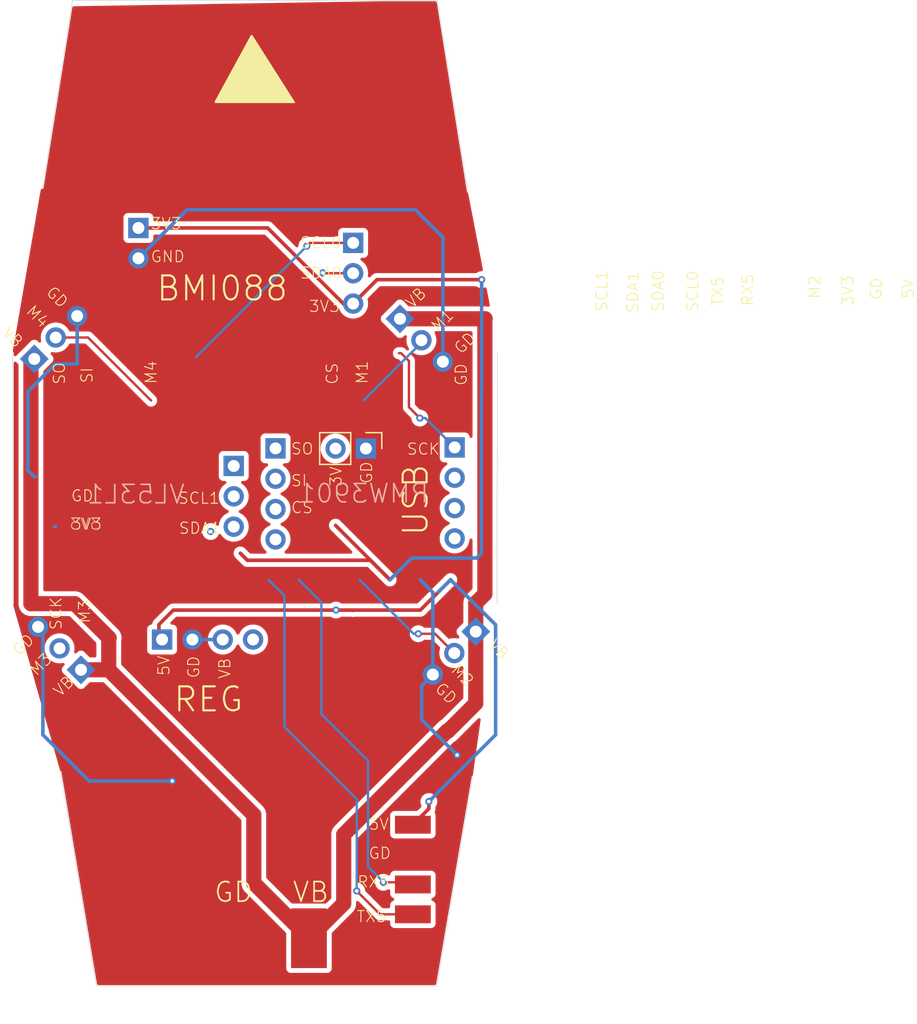
<source format=kicad_pcb>
(kicad_pcb (version 20241229) (generator "pcbnew") (generator_version "9.0")
  (layers (0 "F.Cu" signal) (2 "B.Cu" signal) (13 "F.Paste" user) (15 "B.Paste" user) (5 "F.SilkS" user "F.Silkscreen") (7 "B.SilkS" user "B.Silkscreen") (1 "F.Mask" user) (3 "B.Mask" user) (25 "Edge.Cuts" user))
  (net 0 "")
  (net 1 "/VBAT")
  (net 2 "/GND")
  (net 3 "/M1")
  (net 4 "/M2")
  (net 5 "/M4")
  (net 6 "/M3")
  (net 7 "/RX5")
  (net 8 "/3V3")
  (net 9 "/SDA0")
  (net 10 "/SDA1")
  (net 11 "/SCL1")
  (net 12 "/5V")
  (net 13 "/TX5")
  (net 14 "/SCL0")
  (net 15 "/SCK")
  (net 16 "/MISO")
  (net 17 "/MOSI")
  (net 18 "/CS")
  (footprint "Connector_Wire:SolderWirePad_1x01_SMD_5x10mm" (layer "F.Cu") (at 169.1003 122.449487)
    (property "Reference" "GND_PAD19" (hide yes))
    (property "Value" "Conn_01x01")
    (pad "1" smd rect (at -0.1003 -0.949487) (size 3 1.5) (layers "F.Cu" "F.Mask" "F.Paste") (net 12 "/5V"))
  )
  (footprint "Connector_PinHeader_2.54mm:PinHeader_1x02_P2.54mm_Vertical" (layer "F.Cu") (at 149.021314 71.552144)
    (property "Reference" "PMW3901_PWR2" (hide yes))
    (property "Value" "Conn_01x02_Female" (hide yes))
    (pad "1" thru_hole rect (at -3 0) (size 1.7 1.7) (drill 1) (layers "*.Cu" "*.Mask") (net 8 "/3V3"))
    (pad "2" thru_hole circle (at -3 2.54) (size 1.7 1.7) (drill 1) (layers "*.Cu" "*.Mask") (net 2 "/GND"))
  )
  (footprint "Connector_Wire:SolderWirePad_1x01_SMD_5x10mm" (layer "F.Cu") (at 160.3 125.3)
    (property "Reference" "VB_PAD1" (hide yes))
    (property "Value" "Conn_01x01")
    (pad "1" smd rect (at 0 5.7) (size 3 5) (layers "F.Cu" "F.Mask" "F.Paste") (net 1 "/VBAT"))
  )
  (footprint "Connector_PinHeader_2.54mm:PinHeader_1x03_P2.54mm_Vertical" (layer "F.Cu") (at 174.265537 105.338106 -45)
    (property "Reference" "VL53L1_L3" (hide yes))
    (property "Value" "Conn_01x03_Female" (hide yes))
    (pad "1" thru_hole rect (at 0 0 315) (size 1.7 1.7) (drill 1) (layers "*.Cu" "*.Mask") (net 1 "/VBAT"))
    (pad "2" thru_hole circle (at 0 2.54 315) (size 1.7 1.7) (drill 1) (layers "*.Cu" "*.Mask") (net 4 "/M2"))
    (pad "3" thru_hole circle (at 0 5.079999 315) (size 1.7 1.7) (drill 1) (layers "*.Cu" "*.Mask") (net 2 "/GND"))
  )
  (footprint "Connector_PinSocket_2.54mm:PinSocket_1x04_P2.54mm_Vertical" (layer "F.Cu") (at 157.5 90)
    (property "Reference" "PMW3901_R1" (hide yes))
    (property "Value" "Conn_01x04_Female" (hide yes))
    (pad "1" thru_hole rect (at 0 0) (size 1.7 1.7) (drill 1) (layers "*.Cu" "*.Mask") (net 16 "/MISO"))
    (pad "2" thru_hole oval (at 0 2.54) (size 1.7 1.7) (drill 1) (layers "*.Cu" "*.Mask") (net 17 "/MOSI"))
    (pad "3" thru_hole oval (at 0 5.08) (size 1.7 1.7) (drill 1) (layers "*.Cu" "*.Mask") (net 18 "/CS"))
    (pad "4" thru_hole oval (at 0 7.62) (size 1.7 1.7) (drill 1) (layers "*.Cu" "*.Mask"))
  )
  (footprint "Connector_PinHeader_2.54mm:PinHeader_1x03_P2.54mm_Vertical" (layer "F.Cu") (at 137.299059 82.516981 135)
    (property "Reference" "VL53L1_L4" (hide yes))
    (property "Value" "Conn_01x03_Female" (hide yes))
    (pad "1" thru_hole rect (at 0 0 135) (size 1.7 1.7) (drill 1) (layers "*.Cu" "*.Mask") (net 1 "/VBAT"))
    (pad "2" thru_hole circle (at 0 2.54 135) (size 1.7 1.7) (drill 1) (layers "*.Cu" "*.Mask") (net 5 "/M4"))
    (pad "3" thru_hole circle (at 0 5.079999 135) (size 1.7 1.7) (drill 1) (layers "*.Cu" "*.Mask") (net 2 "/GND"))
  )
  (footprint "Connector_Wire:SolderWirePad_1x01_SMD_5x10mm" (layer "F.Cu") (at 169.104225 128.538826)
    (property "Reference" "GND_PAD20" (hide yes))
    (property "Value" "Conn_01x01")
    (pad "1" smd rect (at -0.104225 -2.038826) (size 3 1.5) (layers "F.Cu" "F.Mask" "F.Paste") (net 7 "/RX5"))
  )
  (footprint "Connector_PinHeader_2.54mm:PinHeader_1x03_P2.54mm_Vertical" (layer "F.Cu") (at 141.210965 108.535396 -135)
    (property "Reference" "VL53L1_L5" (hide yes))
    (property "Value" "Conn_01x03_Female" (hide yes))
    (pad "1" thru_hole rect (at 0 0 225) (size 1.7 1.7) (drill 1) (layers "*.Cu" "*.Mask") (net 1 "/VBAT"))
    (pad "2" thru_hole circle (at 0 2.54 225) (size 1.7 1.7) (drill 1) (layers "*.Cu" "*.Mask") (net 6 "/M3"))
    (pad "3" thru_hole circle (at 0 5.079999 225) (size 1.7 1.7) (drill 1) (layers "*.Cu" "*.Mask") (net 2 "/GND"))
  )
  (footprint "Connector_PinHeader_2.54mm:PinHeader_1x03_P2.54mm_Vertical" (layer "F.Cu") (at 163.272781 72.801477)
    (property "Reference" "Motor5" (hide yes))
    (property "Value" "Conn_01x03_Female" (hide yes))
    (pad "1" thru_hole rect (at 0.727219 0) (size 1.7 1.7) (drill 1) (layers "*.Cu" "*.Mask") (net 14 "/SCL0"))
    (pad "2" thru_hole circle (at 0.727219 2.54) (size 1.7 1.7) (drill 1) (layers "*.Cu" "*.Mask") (net 9 "/SDA0"))
    (pad "3" thru_hole circle (at 0.727219 5.08) (size 1.7 1.7) (drill 1) (layers "*.Cu" "*.Mask") (net 8 "/3V3"))
  )
  (footprint "Connector_PinHeader_2.54mm:PinHeader_1x02_P2.54mm_Vertical" (layer "F.Cu") (at 165.067184 90.013594 -90)
    (property "Reference" "PMW3901_PWR1" (hide yes))
    (property "Value" "Conn_01x02_Female")
    (fp_line (start -1.33 3.87) (end 1.33 3.87) (stroke (width 0.12)) (layer "F.SilkS"))
    (fp_line (start -1.33 1.27) (end -1.33 3.87) (stroke (width 0.12)) (layer "F.SilkS"))
    (fp_line (start -1.33 1.27) (end 1.33 1.27) (stroke (width 0.12)) (layer "F.SilkS"))
    (fp_line (start 1.33 1.27) (end 1.33 3.87) (stroke (width 0.12)) (layer "F.SilkS"))
    (fp_line (start -1.33 0) (end -1.33 -1.33) (stroke (width 0.12)) (layer "F.SilkS"))
    (fp_line (start -1.33 -1.33) (end 0 -1.33) (stroke (width 0.12)) (layer "F.SilkS"))
    (pad "1" thru_hole rect (at 0 0 270) (size 1.7 1.7) (drill 1) (layers "*.Cu" "*.Mask") (net 2 "/GND"))
    (pad "2" thru_hole oval (at 0 2.54 270) (size 1.7 1.7) (drill 1) (layers "*.Cu" "*.Mask") (net 8 "/3V3"))
  )
  (footprint "Connector_Wire:SolderWirePad_1x01_SMD_5x10mm" (layer "F.Cu") (at 153.75 125.3)
    (property "Reference" "GND_PAD1" (hide yes))
    (property "Value" "Conn_01x01")
    (pad "1" smd rect (at 0 5.7) (size 3 5) (layers "F.Cu" "F.Mask" "F.Paste") (net 2 "/GND"))
  )
  (footprint "Connector_Wire:SolderWirePad_1x01_SMD_5x10mm" (layer "F.Cu") (at 169.199254 126.077845)
    (property "Reference" "GND_PAD18" (hide yes))
    (property "Value" "Conn_01x01")
    (pad "1" smd rect (at -0.199254 -2.077845) (size 3 1.5) (layers "F.Cu" "F.Mask" "F.Paste") (net 2 "/GND"))
  )
  (footprint "Connector_PinHeader_2.54mm:PinHeader_1x03_P2.54mm_Vertical" (layer "F.Cu") (at 167.921245 79.154111 45)
    (property "Reference" "VL53L1_L2" (hide yes))
    (property "Value" "Conn_01x03_Female" (hide yes))
    (pad "1" thru_hole rect (at 0 0 45) (size 1.7 1.7) (drill 1) (layers "*.Cu" "*.Mask") (net 1 "/VBAT"))
    (pad "2" thru_hole circle (at 0 2.54 45) (size 1.7 1.7) (drill 1) (layers "*.Cu" "*.Mask") (net 3 "/M1"))
    (pad "3" thru_hole circle (at 0 5.079999 45) (size 1.7 1.7) (drill 1) (layers "*.Cu" "*.Mask") (net 2 "/GND"))
  )
  (footprint "Connector_PinSocket_2.54mm:PinSocket_1x04_P2.54mm_Vertical" (layer "F.Cu") (at 148 106 90)
    (property "Reference" "REG1" (hide yes))
    (property "Value" "Conn_01x04_Female" (hide yes))
    (pad "1" thru_hole rect (at 0 0 90) (size 1.7 1.7) (drill 1) (layers "*.Cu" "*.Mask") (net 12 "/5V"))
    (pad "2" thru_hole oval (at 0 2.54 90) (size 1.7 1.7) (drill 1) (layers "*.Cu" "*.Mask") (net 2 "/GND"))
    (pad "3" thru_hole oval (at 0 5.08 90) (size 1.7 1.7) (drill 1) (layers "*.Cu" "*.Mask") (net 1 "/VBAT"))
    (pad "4" thru_hole oval (at 0 7.62 90) (size 1.7 1.7) (drill 1) (layers "*.Cu" "*.Mask"))
  )
  (footprint "Connector_PinSocket_2.54mm:PinSocket_1x04_P2.54mm_Vertical" (layer "F.Cu") (at 172.5 89.92)
    (property "Reference" "PMW3901_L1" (hide yes))
    (property "Value" "Conn_01x04_Female" (hide yes))
    (pad "1" thru_hole rect (at 0 0) (size 1.7 1.7) (drill 1) (layers "*.Cu" "*.Mask") (net 15 "/SCK"))
    (pad "2" thru_hole oval (at 0 2.54) (size 1.7 1.7) (drill 1) (layers "*.Cu" "*.Mask"))
    (pad "3" thru_hole oval (at 0 5.08) (size 1.7 1.7) (drill 1) (layers "*.Cu" "*.Mask"))
    (pad "4" thru_hole oval (at 0 7.62) (size 1.7 1.7) (drill 1) (layers "*.Cu" "*.Mask"))
  )
  (footprint "Connector_PinHeader_2.54mm:PinHeader_1x03_P2.54mm_Vertical" (layer "F.Cu") (at 154 91.475)
    (property "Reference" "VL53L1_R1" (hide yes))
    (property "Value" "Conn_01x03_Female" (hide yes))
    (pad "1" thru_hole rect (at 0 0) (size 1.7 1.7) (drill 1) (layers "*.Cu" "*.Mask"))
    (pad "2" thru_hole oval (at 0 2.54) (size 1.7 1.7) (drill 1) (layers "*.Cu" "*.Mask") (net 11 "/SCL1"))
    (pad "3" thru_hole oval (at 0 5.08) (size 1.7 1.7) (drill 1) (layers "*.Cu" "*.Mask") (net 10 "/SDA1"))
  )
  (footprint "Connector_Wire:SolderWirePad_1x01_SMD_5x10mm" (layer "F.Cu") (at 169.184771 131.011722)
    (property "Reference" "GND_PAD21" (hide yes))
    (property "Value" "Conn_01x01")
    (pad "1" smd rect (at -0.184771 -2.011722) (size 3 1.5) (layers "F.Cu" "F.Mask" "F.Paste") (net 13 "/TX5"))
  )
  (gr_poly (pts (xy 155.5 55.5) (xy 152.5 61) (xy 159 61)) (stroke (width 0.2)) (fill yes) (layer "F.SilkS"))
  (gr_line (start 135.5 82) (end 135.5 103) (stroke (width 0.05)) (layer "Edge.Cuts"))
  (gr_line (start 142.5 135) (end 171 135) (stroke (width 0.05)) (layer "Edge.Cuts"))
  (gr_line (start 174 117.5) (end 171 135) (stroke (width 0.05)) (layer "Edge.Cuts"))
  (gr_line (start 140.5 52.5) (end 171.051803 52.497324) (stroke (width 0.05)) (layer "Edge.Cuts"))
  (gr_line (start 140.5 52.5) (end 138 68.2) (stroke (width 0.05)) (layer "Edge.Cuts"))
  (gr_line (start 171.051803 52.497324) (end 173.6 68.5) (stroke (width 0.05)) (layer "Edge.Cuts"))
  (gr_line (start 176.079081 82) (end 176.042513 103) (stroke (width 0.05)) (layer "Edge.Cuts"))
  (gr_line (start 139.5 117.1) (end 142.5 135) (stroke (width 0.05)) (layer "Edge.Cuts"))
  (gr_text "" (at 149.4 100.04 0) (layer "F.Cu") (effects (font (size 0.93472 0.93472) (thickness 0.08128)) (justify left bottom)))
  (gr_text "3V" (at 163.107899 93.242123 90) (layer "F.SilkS") (effects (font (size 0.93472 0.93472) (thickness 0.08128)) (justify left bottom)))
  (gr_text "GD" (at 173.5893 84.807927 90) (layer "F.SilkS") (effects (font (size 0.93472 0.93472) (thickness 0.08128)) (justify left bottom)))
  (gr_text "VB" (at 139.5 110.947437 45) (layer "F.SilkS") (effects (font (size 0.93472 0.93472) (thickness 0.08128)) (justify left bottom)))
  (gr_text "SI" (at 158.75 93.25 0) (layer "F.SilkS") (effects (font (size 0.93472 0.93472) (thickness 0.08128)) (justify left bottom)))
  (gr_text "GD" (at 165.245197 124.432077 0) (layer "F.SilkS") (effects (font (size 0.93472 0.93472) (thickness 0.08128)) (justify left bottom)))
  (gr_text "USB" (at 168.053567 91.19 90) (layer "F.SilkS") (effects (font (size 2.009648 2.009648) (thickness 0.174752)) (justify right top)))
  (gr_text "GND" (at 147 74.497516 0) (layer "F.SilkS") (effects (font (size 0.93472 0.93472) (thickness 0.08128)) (justify left bottom)))
  (gr_text "SO" (at 139.943025 84.704518 90) (layer "F.SilkS") (effects (font (size 0.93472 0.93472) (thickness 0.08128)) (justify left bottom)))
  (gr_text "5V" (at 211.030412 77.536475 90) (layer "F.SilkS") (effects (font (size 0.93472 0.93472) (thickness 0.08128)) (justify left bottom)))
  (gr_text "SCL0" (at 159.5 73.338614 0) (layer "F.SilkS") (effects (font (size 0.93472 0.93472) (thickness 0.08128)) (justify left bottom)))
  (gr_text "BMI088" (at 147.420026 77.786935 0) (layer "F.SilkS") (effects (font (size 2.009648 2.009648) (thickness 0.174752)) (justify left bottom)))
  (gr_text "SDA0" (at 159.5 75.869672 0) (layer "F.SilkS") (effects (font (size 0.93472 0.93472) (thickness 0.08128)) (justify left bottom)))
  (gr_text "5V" (at 148.696099 109.083989 90) (layer "F.SilkS") (effects (font (size 0.93472 0.93472) (thickness 0.08128)) (justify left bottom)))
  (gr_text "RX5\n" (at 197.582539 78.150692 90) (layer "F.SilkS") (effects (font (size 0.93472 0.93472) (thickness 0.08128)) (justify left bottom)))
  (gr_text "SDA0" (at 190.082539 78.650692 90) (layer "F.SilkS") (effects (font (size 0.93472 0.93472) (thickness 0.08128)) (justify left bottom)))
  (gr_text "SO" (at 158.75 90.579619 0) (layer "F.SilkS") (effects (font (size 0.93472 0.93472) (thickness 0.08128)) (justify left bottom)))
  (gr_text "SDA1" (at 187.965142 78.732105 90) (layer "F.SilkS") (effects (font (size 0.93472 0.93472) (thickness 0.08128)) (justify left bottom)))
  (gr_text "M3\n" (at 142.050691 104.703286 90) (layer "F.SilkS") (effects (font (size 0.93472 0.93472) (thickness 0.08128)) (justify left bottom)))
  (gr_text "M3" (at 137.5 109.193487 45) (layer "F.SilkS") (effects (font (size 0.93472 0.93472) (thickness 0.08128)) (justify left bottom)))
  (gr_text "VB" (at 168.993593 78.431565 45) (layer "F.SilkS") (effects (font (size 0.93472 0.93472) (thickness 0.08128)) (justify left bottom)))
  (gr_text "TX5\n" (at 195.082539 78.150692 90) (layer "F.SilkS") (effects (font (size 0.93472 0.93472) (thickness 0.08128)) (justify left bottom)))
  (gr_text "M4" (at 147.619585 84.67 90) (layer "F.SilkS") (effects (font (size 0.93472 0.93472) (thickness 0.08128)) (justify left bottom)))
  (gr_text "SCL1\n" (at 185.368334 78.610108 90) (layer "F.SilkS") (effects (font (size 0.93472 0.93472) (thickness 0.08128)) (justify left bottom)))
  (gr_text "3V3" (at 205.962381 78.135651 90) (layer "F.SilkS") (effects (font (size 0.93472 0.93472) (thickness 0.08128)) (justify left bottom)))
  (gr_text "GD" (at 172.850334 110.821546 315) (layer "F.SilkS") (effects (font (size 0.93472 0.93472) (thickness 0.08128)) (justify right top)))
  (gr_text "M2" (at 174.265537 109.330404 315) (layer "F.SilkS") (effects (font (size 0.93472 0.93472) (thickness 0.08128)) (justify right top)))
  (gr_text "M1" (at 171.125726 80.406977 45) (layer "F.SilkS") (effects (font (size 0.93472 0.93472) (thickness 0.08128)) (justify left bottom)))
  (gr_text "SCK" (at 168.447513 90.603329 0) (layer "F.SilkS") (effects (font (size 0.93472 0.93472) (thickness 0.08128)) (justify left bottom)))
  (gr_text "GD" (at 165.669851 93.015556 90) (layer "F.SilkS") (effects (font (size 0.93472 0.93472) (thickness 0.08128)) (justify left bottom)))
  (gr_text "SDA1" (at 149.355192 97.227115 0) (layer "F.SilkS") (effects (font (size 0.93472 0.93472) (thickness 0.08128)) (justify left bottom)))
  (gr_text "GD" (at 151.192666 109.292036 90) (layer "F.SilkS") (effects (font (size 0.93472 0.93472) (thickness 0.08128)) (justify left bottom)))
  (gr_text "VB" (at 136.530046 80.961726 315) (layer "F.SilkS") (effects (font (size 0.93472 0.93472) (thickness 0.08128)) (justify right top)))
  (gr_text "RX5\n" (at 164.29854 126.825976 0) (layer "F.SilkS") (effects (font (size 0.93472 0.93472) (thickness 0.08128)) (justify left bottom)))
  (gr_text "REG" (at 148.853672 112.181807 0) (layer "F.SilkS") (effects (font (size 2.009648 2.009648) (thickness 0.174752)) (justify left bottom)))
  (gr_text "M4" (at 138.683919 79.304901 315) (layer "F.SilkS") (effects (font (size 0.93472 0.93472) (thickness 0.08128)) (justify right top)))
  (gr_text "GD" (at 140.33 94.519504 0) (layer "F.SilkS") (effects (font (size 0.93472 0.93472) (thickness 0.08128)) (justify left bottom)))
  (gr_text "SCK" (at 139.66826 105.25 90) (layer "F.SilkS") (effects (font (size 0.93472 0.93472) (thickness 0.08128)) (justify left bottom)))
  (gr_text "5V" (at 165.245197 121.995429 0) (layer "F.SilkS") (effects (font (size 0.93472 0.93472) (thickness 0.08128)) (justify left bottom)))
  (gr_text "TX5\n" (at 164.243583 129.732855 0) (layer "F.SilkS") (effects (font (size 0.93472 0.93472) (thickness 0.08128)) (justify left bottom)))
  (gr_text "SI" (at 142.255677 84.600966 90) (layer "F.SilkS") (effects (font (size 0.93472 0.93472) (thickness 0.08128)) (justify left bottom)))
  (gr_text "VB" (at 153.793257 109.333645 90) (layer "F.SilkS") (effects (font (size 0.93472 0.93472) (thickness 0.08128)) (justify left bottom)))
  (gr_text "GD" (at 140.299323 77.648076 315) (layer "F.SilkS") (effects (font (size 0.93472 0.93472) (thickness 0.08128)) (justify right top)))
  (gr_text "VB" (at 158.843874 128.1 0) (layer "F.SilkS") (effects (font (size 1.63576 1.63576) (thickness 0.14224)) (justify left bottom)))
  (gr_text "3V3" (at 160.25 78.66043 0) (layer "F.SilkS") (effects (font (size 0.93472 0.93472) (thickness 0.08128)) (justify left bottom)))
  (gr_text "GD" (at 152.264692 128.1 0) (layer "F.SilkS") (effects (font (size 1.63576 1.63576) (thickness 0.14224)) (justify left bottom)))
  (gr_text "GD" (at 208.351135 77.628387 90) (layer "F.SilkS") (effects (font (size 0.93472 0.93472) (thickness 0.08128)) (justify left bottom)))
  (gr_text "M1" (at 165.29528 84.67 90) (layer "F.SilkS") (effects (font (size 0.93472 0.93472) (thickness 0.08128)) (justify left bottom)))
  (gr_text "CS" (at 158.75 95.5 0) (layer "F.SilkS") (effects (font (size 0.93472 0.93472) (thickness 0.08128)) (justify left bottom)))
  (gr_text "VB" (at 177.224353 107.09369 315) (layer "F.SilkS") (effects (font (size 0.93472 0.93472) (thickness 0.08128)) (justify right top)))
  (gr_text "CS" (at 162.786265 84.716917 90) (layer "F.SilkS") (effects (font (size 0.93472 0.93472) (thickness 0.08128)) (justify left bottom)))
  (gr_text "GD" (at 173.049969 82.271074 45) (layer "F.SilkS") (effects (font (size 0.93472 0.93472) (thickness 0.08128)) (justify left bottom)))
  (gr_text "3V3" (at 147 71.727516 0) (layer "F.SilkS") (effects (font (size 0.93472 0.93472) (thickness 0.08128)) (justify left bottom)))
  (gr_text "GD" (at 136.074047 107.522985 45) (layer "F.SilkS") (effects (font (size 0.93472 0.93472) (thickness 0.08128)) (justify left bottom)))
  (gr_text "M2" (at 203.191192 77.536475 90) (layer "F.SilkS") (effects (font (size 0.93472 0.93472) (thickness 0.08128)) (justify left bottom)))
  (gr_text "3V3" (at 140.33 96.88048 0) (layer "F.SilkS") (effects (font (size 0.93472 0.93472) (thickness 0.08128)) (justify left bottom)))
  (gr_text "SCL1\n" (at 149.295266 94.710236 0) (layer "F.SilkS") (effects (font (size 0.93472 0.93472) (thickness 0.08128)) (justify left bottom)))
  (gr_text "SCL0" (at 192.975453 78.644037 90) (layer "F.SilkS") (effects (font (size 0.93472 0.93472) (thickness 0.08128)) (justify left bottom)))
  (gr_text "PMW3901" (at 170.424863 94.67651 0) (layer "B.SilkS") (effects (font (size 1.542288 1.542288) (thickness 0.134112)) (justify left bottom mirror)))
  (gr_text "3V3" (at 142.883219 96.86756 0) (layer "B.SilkS") (effects (font (size 0.93472 0.93472) (thickness 0.08128)) (justify left bottom mirror)))
  (gr_text "VL53L1" (at 150.002192 94.748421 0) (layer "B.SilkS") (effects (font (size 1.542288 1.542288) (thickness 0.134112)) (justify left bottom mirror)))
  (segment (start 174.265537 105.338106) (end 174.265537 111.342346) (width 1.27) (layer "F.Cu") (net 1))
  (segment (start 160.3 131) (end 155.682985 126.382985) (width 1.27) (layer "F.Cu") (net 1))
  (segment (start 137.018665 102.99912) (end 140.689695 102.99912) (width 1.27) (layer "F.Cu") (net 1))
  (segment (start 163.21014 122.319455) (end 163.21014 128.08986) (width 1.27) (layer "F.Cu") (net 1))
  (segment (start 137.018665 82.797375) (end 137.018665 102.99912) (width 1.27) (layer "F.Cu") (net 1))
  (segment (start 175.030951 79.171479) (end 175.047492 79.154938) (width 1.27) (layer "F.Cu") (net 1))
  (segment (start 175.047492 79.154938) (end 175.046665 79.154111) (width 1.27) (layer "F.Cu") (net 1))
  (segment (start 137.299059 82.516981) (end 137.018665 82.797375) (width 1.27) (layer "F.Cu") (net 1))
  (segment (start 143.567792 105.877217) (end 143.535396 105.909613) (width 1.27) (layer "F.Cu") (net 1))
  (segment (start 175.030951 102.186761) (end 175.030951 79.171479) (width 1.27) (layer "F.Cu") (net 1))
  (segment (start 171.955287 113.652596) (end 171.876999 113.652596) (width 1.27) (layer "F.Cu") (net 1))
  (segment (start 175.046665 79.154111) (end 167.921245 79.154111) (width 1.27) (layer "F.Cu") (net 1))
  (segment (start 163.21014 128.08986) (end 160.3 131) (width 1.27) (layer "F.Cu") (net 1))
  (segment (start 174.265537 102.952175) (end 174.265537 105.338106) (width 1.27) (layer "F.Cu") (net 1))
  (segment (start 171.876999 113.652596) (end 163.21014 122.319455) (width 1.27) (layer "F.Cu") (net 1))
  (segment (start 175.030951 102.186761) (end 174.265537 102.952175) (width 1.27) (layer "F.Cu") (net 1))
  (segment (start 155.682985 126.382985) (end 155.682985 120.682985) (width 1.27) (layer "F.Cu") (net 1))
  (segment (start 155.682985 120.682985) (end 143.535396 108.535396) (width 1.27) (layer "F.Cu") (net 1))
  (segment (start 143.535396 105.909613) (end 143.535396 108.535396) (width 1.27) (layer "F.Cu") (net 1))
  (segment (start 140.689695 102.99912) (end 143.567792 105.877217) (width 1.27) (layer "F.Cu") (net 1))
  (segment (start 143.535396 108.535396) (end 141.210965 108.535396) (width 1.27) (layer "F.Cu") (net 1))
  (segment (start 174.265537 111.342346) (end 171.955287 113.652596) (width 1.27) (layer "F.Cu") (net 1))
  (segment (start 141.68 108.725546) (end 141.612039 108.793507) (width 0.2) (layer "B.Cu") (net 1))
  (segment (start 146.021314 74.092144) (end 141.188579 78.924879) (width 0.3) (layer "F.Cu") (net 2))
  (segment (start 172.410137 115.95722) (end 172.410137 121.88037) (width 0.3) (layer "F.Cu") (net 2))
  (segment (start 171.547364 88.032268) (end 169.566038 90.013594) (width 0.3) (layer "F.Cu") (net 2))
  (segment (start 172.700081 115.667276) (end 172.410137 115.95722) (width 0.3) (layer "F.Cu") (net 2))
  (segment (start 148.853672 117.840312) (end 148.853672 117.468963) (width 0.3) (layer "F.Cu") (net 2))
  (segment (start 141.188579 78.924879) (end 140.891161 78.924879) (width 0.3) (layer "F.Cu") (net 2))
  (segment (start 172.410137 121.88037) (end 170.290507 124) (width 0.3) (layer "F.Cu") (net 2))
  (segment (start 148.853672 126.103672) (end 151.75 129) (width 0.3) (layer "F.Cu") (net 2))
  (segment (start 148.853672 117.840312) (end 148.853672 126.103672) (width 0.3) (layer "F.Cu") (net 2))
  (segment (start 171.547364 88.032268) (end 172.48 87.099633) (width 0.3) (layer "F.Cu") (net 2))
  (segment (start 172.48 87.099633) (end 172.48 86) (width 0.3) (layer "F.Cu") (net 2))
  (segment (start 151.75 129) (end 153.75 131) (width 0.3) (layer "F.Cu") (net 2))
  (segment (start 172.48 83.712866) (end 171.513347 82.746213) (width 0.3) (layer "F.Cu") (net 2))
  (segment (start 165.067184 96.447184) (end 169.62 101) (width 0.3) (layer "F.Cu") (net 2))
  (segment (start 170.290507 124) (end 169 124) (width 0.3) (layer "F.Cu") (net 2))
  (segment (start 171.425474 88.154159) (end 171.547364 88.032268) (width 0.3) (layer "F.Cu") (net 2))
  (segment (start 172.48 86) (end 172.48 83.712866) (width 0.3) (layer "F.Cu") (net 2))
  (via (at 172.700081 115.667276) (size 0.6) (drill 0.3) (layers "F.Cu" "B.Cu") (net 2))
  (via (at 148.853672 117.840312) (size 0.6) (drill 0.3) (layers "F.Cu" "B.Cu") (net 2))
  (segment (start 136.740849 91.823893) (end 137.292166 92.37521) (width 0.3) (layer "B.Cu") (net 2))
  (segment (start 136.76482 85.232068) (end 136.76482 91.799922) (width 0.3) (layer "B.Cu") (net 2))
  (segment (start 136.76482 91.799922) (end 136.740849 91.823893) (width 0.3) (layer "B.Cu") (net 2))
  (segment (start 138.019937 105.201405) (end 138.019937 113.97393) (width 0.3) (layer "B.Cu") (net 2))
  (segment (start 171.513347 72.364551) (end 171.513347 82.746213) (width 0.3) (layer "B.Cu") (net 2))
  (segment (start 150.54 106) (end 153.08 106) (width 0.3) (layer "B.Cu") (net 2))
  (segment (start 141.886319 117.840312) (end 148.853672 117.840312) (width 0.3) (layer "B.Cu") (net 2))
  (segment (start 170.673435 108.930208) (end 169.735705 109.867938) (width 0.3) (layer "B.Cu") (net 2))
  (segment (start 169.203156 70.030754) (end 171.52515 72.352748) (width 0.3) (layer "B.Cu") (net 2))
  (segment (start 169.735705 109.867938) (end 169.735705 112.7029) (width 0.3) (layer "B.Cu") (net 2))
  (segment (start 140.891161 78.924879) (end 140.891161 82.937685) (width 0.3) (layer "B.Cu") (net 2))
  (segment (start 146.021314 74.092144) (end 150.082704 70.030754) (width 0.3) (layer "B.Cu") (net 2))
  (segment (start 140.891161 82.937685) (end 139.059203 82.937685) (width 0.3) (layer "B.Cu") (net 2))
  (segment (start 150.082704 70.030754) (end 169.203156 70.030754) (width 0.3) (layer "B.Cu") (net 2))
  (segment (start 169.735705 112.7029) (end 172.700081 115.667276) (width 0.3) (layer "B.Cu") (net 2))
  (segment (start 137.292166 92.37521) (end 137.37521 92.37521) (width 0.3) (layer "B.Cu") (net 2))
  (segment (start 138.019937 113.97393) (end 141.886319 117.840312) (width 0.3) (layer "B.Cu") (net 2))
  (segment (start 169.62 101) (end 170.673435 102.053435) (width 0.3) (layer "B.Cu") (net 2))
  (segment (start 139.059203 82.937685) (end 136.76482 85.232068) (width 0.3) (layer "B.Cu") (net 2))
  (segment (start 171.52515 72.352748) (end 171.513347 72.364551) (width 0.3) (layer "B.Cu") (net 2))
  (segment (start 170.673435 102.053435) (end 170.673435 108.930208) (width 0.3) (layer "B.Cu") (net 2))
  (segment (start 164.86 86) (end 169.717296 81.142704) (width 0.2) (layer "B.Cu") (net 3))
  (segment (start 169.717296 81.142704) (end 169.717296 80.950162) (width 0.2) (layer "B.Cu") (net 3))
  (segment (start 169.451507 105.517883) (end 170.853212 105.517883) (width 0.2) (layer "F.Cu") (net 4))
  (segment (start 170.853212 105.517883) (end 172.469486 107.134157) (width 0.2) (layer "F.Cu") (net 4))
  (via (at 169.451507 105.517883) (size 0.6) (drill 0.3) (layers "F.Cu" "B.Cu") (net 4))
  (segment (start 164.54 101) (end 169.057883 105.517883) (width 0.2) (layer "B.Cu") (net 4))
  (segment (start 169.057883 105.517883) (end 169.451507 105.517883) (width 0.2) (layer "B.Cu") (net 4))
  (segment (start 139.09511 80.72093) (end 141.80093 80.72093) (width 0.2) (layer "F.Cu") (net 5))
  (segment (start 141.80093 80.72093) (end 147.08 86) (width 0.2) (layer "F.Cu") (net 5))
  (segment (start 168.819332 126.319332) (end 169 126.5) (width 0.2) (layer "F.Cu") (net 7))
  (segment (start 166.531602 126.319332) (end 168.819332 126.319332) (width 0.2) (layer "F.Cu") (net 7))
  (via (at 166.531602 126.319332) (size 0.6) (drill 0.3) (layers "F.Cu" "B.Cu") (net 7))
  (segment (start 161.340978 102.880978) (end 161.340978 112.243398) (width 0.2) (layer "B.Cu") (net 7))
  (segment (start 165.245197 125.008189) (end 166.531602 126.294594) (width 0.2) (layer "B.Cu") (net 7))
  (segment (start 161.340978 112.243398) (end 165.245197 116.147617) (width 0.2) (layer "B.Cu") (net 7))
  (segment (start 159.46 101) (end 161.340978 102.880978) (width 0.2) (layer "B.Cu") (net 7))
  (segment (start 165.245197 116.147617) (end 165.245197 125.008189) (width 0.2) (layer "B.Cu") (net 7))
  (segment (start 166.531602 126.294594) (end 166.531602 126.319332) (width 0.2) (layer "B.Cu") (net 7))
  (segment (start 166.001522 75.879955) (end 174.760306 75.879955) (width 0.3) (layer "F.Cu") (net 8))
  (segment (start 163.9 77.981477) (end 164 77.881477) (width 0.3) (layer "F.Cu") (net 8))
  (segment (start 155.140045 99.365008) (end 165.445008 99.365008) (width 0.3048) (layer "F.Cu") (net 8))
  (segment (start 163.272781 77.981477) (end 163.9 77.981477) (width 0.3) (layer "F.Cu") (net 8))
  (segment (start 164 77.881477) (end 166.001522 75.879955) (width 0.3) (layer "F.Cu") (net 8))
  (segment (start 156.843448 71.552144) (end 146.021314 71.552144) (width 0.3) (layer "F.Cu") (net 8))
  (segment (start 165.445008 99.365008) (end 167.08 101) (width 0.3048) (layer "F.Cu") (net 8))
  (segment (start 154.550837 98.7758) (end 155.140045 99.365008) (width 0.3048) (layer "F.Cu") (net 8))
  (segment (start 167.08 101) (end 162.527184 96.447184) (width 0.3) (layer "F.Cu") (net 8))
  (segment (start 163.272781 77.981477) (end 156.843448 71.552144) (width 0.3) (layer "F.Cu") (net 8))
  (via (at 174.760306 75.879955) (size 0.6) (drill 0.3) (layers "F.Cu" "B.Cu") (net 8))
  (segment (start 139 96.54) (end 139.074736 96.54) (width 0.3048) (layer "B.Cu") (net 8))
  (segment (start 168.903967 99.176033) (end 174.363085 99.176033) (width 0.3) (layer "B.Cu") (net 8))
  (segment (start 174.760306 75.879955) (end 174.760306 85.249062) (width 0.3) (layer "B.Cu") (net 8))
  (segment (start 174.733066 98.806052) (end 174.733066 85.276302) (width 0.3) (layer "B.Cu") (net 8))
  (segment (start 174.733066 85.276302) (end 174.733066 84.874427) (width 0.3) (layer "B.Cu") (net 8))
  (segment (start 174.760306 85.249062) (end 174.733066 85.276302) (width 0.3) (layer "B.Cu") (net 8))
  (segment (start 174.363085 99.176033) (end 174.733066 98.806052) (width 0.3) (layer "B.Cu") (net 8))
  (segment (start 167.08 101) (end 168.903967 99.176033) (width 0.3) (layer "B.Cu") (net 8))
  (segment (start 161.484704 75.341477) (end 161.451198 75.307971) (width 0.2) (layer "F.Cu") (net 9))
  (segment (start 164 75.341477) (end 161.484704 75.341477) (width 0.2) (layer "F.Cu") (net 9))
  (via (at 152.072874 96.959269) (size 0.6) (drill 0.3) (layers "F.Cu" "B.Cu") (net 9))
  (via (at 161.451198 75.307971) (size 0.6) (drill 0.3) (layers "F.Cu" "B.Cu") (net 9))
  (segment (start 161.451198 75.307971) (end 161.451198 75.602705) (width 0.2) (layer "B.Cu") (net 9))
  (segment (start 153.745 96.555) (end 154 96.555) (width 0.3048) (layer "F.Cu") (net 10))
  (segment (start 153.745 96.555) (end 154 96.555) (width 0.2) (layer "B.Cu") (net 10))
  (segment (start 153.745 94.015) (end 154 94.015) (width 0.3048) (layer "F.Cu") (net 11))
  (segment (start 153.745 94.015) (end 154 94.015) (width 0.2) (layer "B.Cu") (net 11))
  (segment (start 162.720828 103.537938) (end 148.943818 103.537938) (width 0.3) (layer "F.Cu") (net 12))
  (segment (start 163.975485 103.537938) (end 164 103.562453) (width 0.3) (layer "F.Cu") (net 12))
  (segment (start 147.735879 104.745877) (end 147.735879 105.735879) (width 0.3) (layer "F.Cu") (net 12))
  (segment (start 169.622062 103.537938) (end 163.975485 103.537938) (width 0.3) (layer "F.Cu") (net 12))
  (segment (start 170.339105 119.560815) (end 170.339105 120.160895) (width 0.3) (layer "F.Cu") (net 12))
  (segment (start 148.943818 103.537938) (end 147.735879 104.745877) (width 0.3) (layer "F.Cu") (net 12))
  (segment (start 172.16 101) (end 169.622062 103.537938) (width 0.3) (layer "F.Cu") (net 12))
  (segment (start 170.339105 120.160895) (end 169 121.5) (width 0.3) (layer "F.Cu") (net 12))
  (segment (start 147.735879 105.735879) (end 148 106) (width 0.2) (layer "F.Cu") (net 12))
  (segment (start 163.975485 103.537938) (end 162.720828 103.537938) (width 0.3) (layer "F.Cu") (net 12))
  (via (at 170.339105 119.560815) (size 0.6) (drill 0.3) (layers "F.Cu" "B.Cu") (net 12))
  (via (at 162.561496 103.533212) (size 0.6) (drill 0.3) (layers "F.Cu" "B.Cu") (net 12))
  (segment (start 172.16 101) (end 175.93089 104.77089) (width 0.3) (layer "B.Cu") (net 12))
  (segment (start 175.93089 113.96903) (end 170.339105 119.560815) (width 0.3) (layer "B.Cu") (net 12))
  (segment (start 175.93089 104.77089) (end 175.93089 113.3063) (width 0.3) (layer "B.Cu") (net 12))
  (segment (start 172.16 101) (end 171.151189 102.008811) (width 0.3) (layer "B.Cu") (net 12))
  (segment (start 175.93089 113.3063) (end 175.93089 113.96903) (width 0.3) (layer "B.Cu") (net 12))
  (segment (start 166.252447 129) (end 169 129) (width 0.2) (layer "F.Cu") (net 13))
  (segment (start 164.29854 127.046093) (end 166.252447 129) (width 0.2) (layer "F.Cu") (net 13))
  (via (at 164.29854 127.046093) (size 0.6) (drill 0.3) (layers "F.Cu" "B.Cu") (net 13))
  (segment (start 158.249229 113.321915) (end 161.017423 116.090109) (width 0.2) (layer "B.Cu") (net 13))
  (segment (start 164.29854 119.371226) (end 164.29854 127.046093) (width 0.2) (layer "B.Cu") (net 13))
  (segment (start 156.92 101) (end 158.249229 102.329229) (width 0.2) (layer "B.Cu") (net 13))
  (segment (start 158.249229 102.329229) (end 158.249229 113.321915) (width 0.2) (layer "B.Cu") (net 13))
  (segment (start 161.017423 116.090109) (end 164.29854 119.371226) (width 0.2) (layer "B.Cu") (net 13))
  (segment (start 160.387689 72.801477) (end 160.121495 73.067671) (width 0.2) (layer "F.Cu") (net 14))
  (segment (start 164 72.801477) (end 160.387689 72.801477) (width 0.2) (layer "F.Cu") (net 14))
  (via (at 160.121495 73.067671) (size 0.6) (drill 0.3) (layers "F.Cu" "B.Cu") (net 14))
  (segment (start 160.121495 73.067671) (end 150.854997 82.334169) (width 0.2) (layer "B.Cu") (net 14))
  (segment (start 167.831696 82.037568) (end 168.019191 82.037568) (width 0.2) (layer "F.Cu") (net 15))
  (segment (start 168.671907 86.553281) (end 169.58276 87.464134) (width 0.2) (layer "F.Cu") (net 15))
  (segment (start 168.671907 82.690284) (end 168.671907 86.553281) (width 0.2) (layer "F.Cu") (net 15))
  (segment (start 167.831141 82.037013) (end 167.831696 82.037568) (width 0.2) (layer "F.Cu") (net 15))
  (segment (start 168.019191 82.037568) (end 168.671907 82.690284) (width 0.2) (layer "F.Cu") (net 15))
  (via (at 169.58276 87.464134) (size 0.6) (drill 0.3) (layers "F.Cu" "B.Cu") (net 15))
  (segment (start 170.044134 87.464134) (end 172.5 89.92) (width 0.2) (layer "B.Cu") (net 15))
  (segment (start 169.58276 87.464134) (end 170.044134 87.464134) (width 0.2) (layer "B.Cu") (net 15))
  (segment (start 157.45722 92.58278) (end 157.5 92.54) (width 0.2) (layer "B.Cu") (net 17))
  (zone (net 2) (net_name "/GND") (layer "F.Cu") (connect_pads yes (clearance 0.4)) (min_thickness 0.25) (fill yes (thermal_gap 0.5) (thermal_bridge_width 0.5))
    (polygon (pts (xy 171.051803 52.497324) (xy 173.6 68.5) (xy 176.194403 81.88418) (xy 176.042513 103) (xy 174 117.5) (xy 171 135) (xy 142.5 135) (xy 139.5 117.1) (xy 135.5 103) (xy 135.5 81.856111) (xy 140.5 52.997132)))
  )
)
</source>
